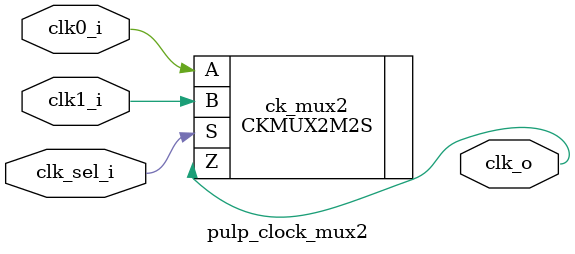
<source format=sv>

module pulp_clock_mux2
(
    input  logic clk0_i,
    input  logic clk1_i,
    input  logic clk_sel_i,
    output logic clk_o
  );

  CKMUX2M2S ck_mux2 (.A(clk0_i), .B(clk1_i), .S(clk_sel_i), .Z(clk_o));

endmodule

</source>
